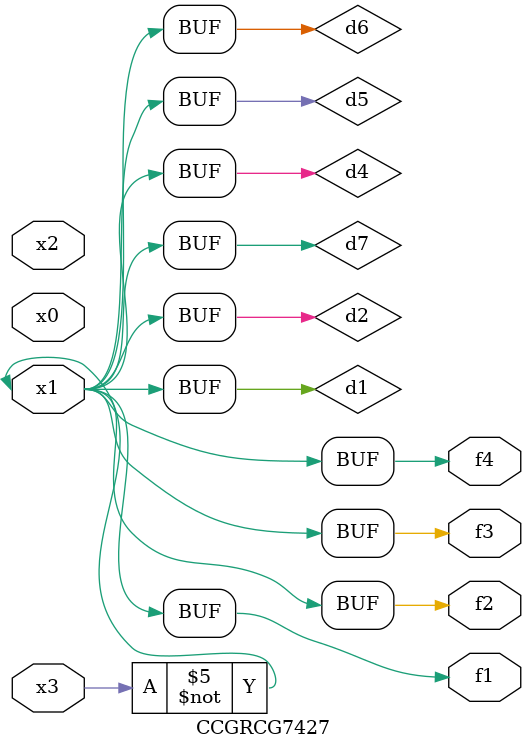
<source format=v>
module CCGRCG7427(
	input x0, x1, x2, x3,
	output f1, f2, f3, f4
);

	wire d1, d2, d3, d4, d5, d6, d7;

	not (d1, x3);
	buf (d2, x1);
	xnor (d3, d1, d2);
	nor (d4, d1);
	buf (d5, d1, d2);
	buf (d6, d4, d5);
	nand (d7, d4);
	assign f1 = d6;
	assign f2 = d7;
	assign f3 = d6;
	assign f4 = d6;
endmodule

</source>
